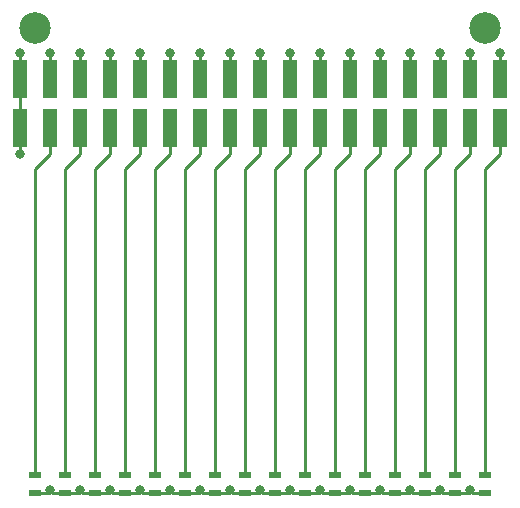
<source format=gbr>
G04 DesignSpark PCB Gerber Version 10.0 Build 5299*
%FSLAX35Y35*%
%MOIN*%
%ADD109R,0.05000X0.12520*%
%ADD108R,0.03937X0.01969*%
%ADD90C,0.01142*%
%ADD89C,0.03150*%
%ADD110C,0.10512*%
X0Y0D02*
D02*
D89*
X30250Y124000D03*
Y157750D03*
X40250Y12000D03*
Y157750D03*
X50250Y12000D03*
Y157750D03*
X60250Y12000D03*
Y157750D03*
X70250Y12000D03*
Y157750D03*
X80250Y12000D03*
Y157750D03*
X90250Y12000D03*
Y157750D03*
X100250Y12000D03*
Y157750D03*
X110250Y12000D03*
Y157750D03*
X120250Y12000D03*
Y157750D03*
X130250Y12000D03*
Y157750D03*
X140250Y12000D03*
Y157750D03*
X150250Y12000D03*
Y157750D03*
X160250Y12000D03*
Y157750D03*
X170250Y12000D03*
Y157750D03*
X180250Y12000D03*
Y157750D03*
X190250D03*
D02*
D90*
X30250Y124000D02*
Y132689D01*
Y149185D01*
Y157750D01*
X35247Y11044D02*
X39294D01*
X40250Y12000D01*
X35247Y16950D02*
Y19000D01*
X35250Y19003D01*
Y119000D01*
X40250Y124000D01*
Y132689D01*
Y157750D02*
Y149185D01*
X45247Y11044D02*
X49294D01*
X50250Y12000D01*
X45247Y11044D02*
X41206D01*
X40250Y12000D01*
X45247Y16950D02*
Y19000D01*
X50250Y132689D02*
Y124000D01*
X45250Y119000D01*
Y16953D01*
X45247Y16950D01*
X50250Y157750D02*
Y149185D01*
X55247Y11044D02*
X59294D01*
X60250Y12000D01*
X55247Y11044D02*
X51206D01*
X50250Y12000D01*
X55247Y16950D02*
Y19000D01*
X55250Y19003D01*
Y119000D01*
X60250Y124000D01*
Y132689D01*
Y157750D02*
Y149185D01*
X65247Y11044D02*
X69294D01*
X70250Y12000D01*
X65247Y11044D02*
X61206D01*
X60250Y12000D01*
X65247Y16950D02*
Y19000D01*
X70250Y132689D02*
Y124000D01*
X65250Y119000D01*
Y16953D01*
X65247Y16950D01*
X70250Y157750D02*
Y149185D01*
X75247Y11044D02*
X79294D01*
X80250Y12000D01*
X75247Y11044D02*
X71206D01*
X70250Y12000D01*
X75247Y16950D02*
Y19000D01*
X80250Y132689D02*
Y124000D01*
X75250Y119000D01*
Y16953D01*
X75247Y16950D01*
X80250Y157750D02*
Y149185D01*
X85247Y11044D02*
X89294D01*
X90250Y12000D01*
X85247Y11044D02*
X81206D01*
X80250Y12000D01*
X85247Y16950D02*
Y19000D01*
X85250Y19003D01*
Y119000D01*
X90250Y124000D01*
Y132689D01*
Y157750D02*
Y149185D01*
X95247Y11044D02*
X99294D01*
X100250Y12000D01*
X95247Y11044D02*
X91206D01*
X90250Y12000D01*
X95247Y16950D02*
Y19000D01*
X95250Y19003D01*
Y119000D01*
X100250Y124000D01*
Y132689D01*
Y157750D02*
Y149185D01*
X105247Y11044D02*
X109294D01*
X110250Y12000D01*
X105247Y11044D02*
X101206D01*
X100250Y12000D01*
X105247Y16950D02*
Y19000D01*
X105250Y19003D01*
Y119000D01*
X110250Y124000D01*
Y132689D01*
Y157750D02*
Y149185D01*
X115247Y11044D02*
X119294D01*
X120250Y12000D01*
X115247Y11044D02*
X111206D01*
X110250Y12000D01*
X115247Y16950D02*
Y19000D01*
X115250Y19003D01*
Y119000D01*
X120250Y124000D01*
Y132689D01*
Y157750D02*
Y149185D01*
X125247Y11044D02*
X129294D01*
X130250Y12000D01*
X125247Y11044D02*
X121206D01*
X120250Y12000D01*
X125247Y16950D02*
Y19000D01*
X130250Y132689D02*
Y124000D01*
X125250Y119000D01*
Y16953D01*
X125247Y16950D01*
X130250Y157750D02*
Y149185D01*
X135247Y11044D02*
X139294D01*
X140250Y12000D01*
X135247Y11044D02*
X131206D01*
X130250Y12000D01*
X135247Y16950D02*
Y19000D01*
X135250Y19003D01*
Y119000D01*
X140250Y124000D01*
Y132689D01*
Y157750D02*
Y149185D01*
X145247Y11044D02*
X149294D01*
X150250Y12000D01*
X145247Y11044D02*
X141206D01*
X140250Y12000D01*
X145247Y16950D02*
Y19000D01*
X145250Y19003D01*
Y119000D01*
X150250Y124000D01*
Y132689D01*
Y157750D02*
Y149185D01*
X155247Y11044D02*
X159294D01*
X160250Y12000D01*
X155247Y11044D02*
X151206D01*
X150250Y12000D01*
X155247Y16950D02*
Y19000D01*
X155250Y19003D01*
Y119000D01*
X160250Y124000D01*
Y132689D01*
Y157750D02*
Y149185D01*
X165247Y11044D02*
X169294D01*
X170250Y12000D01*
X165247Y11044D02*
X161206D01*
X160250Y12000D01*
X165247Y16950D02*
Y19000D01*
X165250Y19003D01*
Y119000D01*
X170250Y124000D01*
Y132689D01*
Y157750D02*
Y149185D01*
X175247Y11044D02*
X171206D01*
X170250Y12000D01*
X175247Y11044D02*
X179294D01*
X180250Y12000D01*
X175247Y16950D02*
Y19000D01*
X175250Y19003D01*
Y119000D01*
X180250Y124000D01*
Y132689D01*
Y157750D02*
Y149185D01*
X185247Y11044D02*
X181206D01*
X180250Y12000D01*
X185247Y16950D02*
Y19000D01*
X185250Y19003D01*
Y119000D01*
X190250Y124000D01*
Y132689D01*
Y157750D02*
Y149185D01*
D02*
D108*
X35247Y11044D03*
Y16950D03*
X45247Y11044D03*
Y16950D03*
X55247Y11044D03*
Y16950D03*
X65247Y11044D03*
Y16950D03*
X75247Y11044D03*
Y16950D03*
X85247Y11044D03*
Y16950D03*
X95247Y11044D03*
Y16950D03*
X105247Y11044D03*
Y16950D03*
X115247Y11044D03*
Y16950D03*
X125247Y11044D03*
Y16950D03*
X135247Y11044D03*
Y16950D03*
X145247Y11044D03*
Y16950D03*
X155247Y11044D03*
Y16950D03*
X165247Y11044D03*
Y16950D03*
X175247Y11044D03*
Y16950D03*
X185247Y11044D03*
Y16950D03*
D02*
D109*
X30250Y132689D03*
Y149185D03*
X40250Y132689D03*
Y149185D03*
X50250Y132689D03*
Y149185D03*
X60250Y132689D03*
Y149185D03*
X70250Y132689D03*
Y149185D03*
X80250Y132689D03*
Y149185D03*
X90250Y132689D03*
Y149185D03*
X100250Y132689D03*
Y149185D03*
X110250Y132689D03*
Y149185D03*
X120250Y132689D03*
Y149185D03*
X130250Y132689D03*
Y149185D03*
X140250Y132689D03*
Y149185D03*
X150250Y132689D03*
Y149185D03*
X160250Y132689D03*
Y149185D03*
X170250Y132689D03*
Y149185D03*
X180250Y132689D03*
Y149185D03*
X190250Y132689D03*
Y149185D03*
D02*
D110*
X35250Y166134D03*
X185250D03*
X0Y0D02*
M02*

</source>
